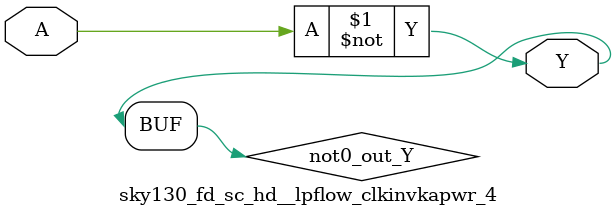
<source format=v>
/*
 * Copyright 2020 The SkyWater PDK Authors
 *
 * Licensed under the Apache License, Version 2.0 (the "License");
 * you may not use this file except in compliance with the License.
 * You may obtain a copy of the License at
 *
 *     https://www.apache.org/licenses/LICENSE-2.0
 *
 * Unless required by applicable law or agreed to in writing, software
 * distributed under the License is distributed on an "AS IS" BASIS,
 * WITHOUT WARRANTIES OR CONDITIONS OF ANY KIND, either express or implied.
 * See the License for the specific language governing permissions and
 * limitations under the License.
 *
 * SPDX-License-Identifier: Apache-2.0
*/


`ifndef SKY130_FD_SC_HD__LPFLOW_CLKINVKAPWR_4_FUNCTIONAL_V
`define SKY130_FD_SC_HD__LPFLOW_CLKINVKAPWR_4_FUNCTIONAL_V

/**
 * lpflow_clkinvkapwr: Clock tree inverter on keep-alive rail.
 *
 * Verilog simulation functional model.
 */

`timescale 1ns / 1ps
`default_nettype none

`celldefine
module sky130_fd_sc_hd__lpflow_clkinvkapwr_4 (
    Y,
    A
);

    // Module ports
    output Y;
    input  A;

    // Local signals
    wire not0_out_Y;

    //  Name  Output      Other arguments
    not not0 (not0_out_Y, A              );
    buf buf0 (Y         , not0_out_Y     );

endmodule
`endcelldefine

`default_nettype wire
`endif  // SKY130_FD_SC_HD__LPFLOW_CLKINVKAPWR_4_FUNCTIONAL_V

</source>
